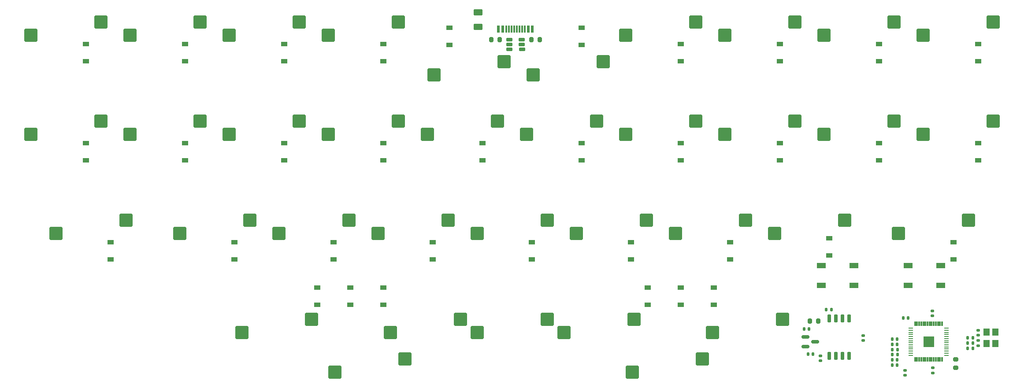
<source format=gbr>
%TF.GenerationSoftware,KiCad,Pcbnew,(6.0.10)*%
%TF.CreationDate,2023-02-13T13:47:23-06:00*%
%TF.ProjectId,AlphaWetPCB,416c7068-6157-4657-9450-43422e6b6963,rev?*%
%TF.SameCoordinates,Original*%
%TF.FileFunction,Paste,Bot*%
%TF.FilePolarity,Positive*%
%FSLAX46Y46*%
G04 Gerber Fmt 4.6, Leading zero omitted, Abs format (unit mm)*
G04 Created by KiCad (PCBNEW (6.0.10)) date 2023-02-13 13:47:23*
%MOMM*%
%LPD*%
G01*
G04 APERTURE LIST*
G04 Aperture macros list*
%AMRoundRect*
0 Rectangle with rounded corners*
0 $1 Rounding radius*
0 $2 $3 $4 $5 $6 $7 $8 $9 X,Y pos of 4 corners*
0 Add a 4 corners polygon primitive as box body*
4,1,4,$2,$3,$4,$5,$6,$7,$8,$9,$2,$3,0*
0 Add four circle primitives for the rounded corners*
1,1,$1+$1,$2,$3*
1,1,$1+$1,$4,$5*
1,1,$1+$1,$6,$7*
1,1,$1+$1,$8,$9*
0 Add four rect primitives between the rounded corners*
20,1,$1+$1,$2,$3,$4,$5,0*
20,1,$1+$1,$4,$5,$6,$7,0*
20,1,$1+$1,$6,$7,$8,$9,0*
20,1,$1+$1,$8,$9,$2,$3,0*%
G04 Aperture macros list end*
%ADD10C,0.010000*%
%ADD11RoundRect,0.200000X0.275000X-0.200000X0.275000X0.200000X-0.275000X0.200000X-0.275000X-0.200000X0*%
%ADD12RoundRect,0.150000X0.475000X0.150000X-0.475000X0.150000X-0.475000X-0.150000X0.475000X-0.150000X0*%
%ADD13R,1.200000X0.900000*%
%ADD14RoundRect,0.200000X-0.200000X-0.275000X0.200000X-0.275000X0.200000X0.275000X-0.200000X0.275000X0*%
%ADD15RoundRect,0.250000X-1.025000X-1.000000X1.025000X-1.000000X1.025000X1.000000X-1.025000X1.000000X0*%
%ADD16RoundRect,0.140000X0.140000X0.170000X-0.140000X0.170000X-0.140000X-0.170000X0.140000X-0.170000X0*%
%ADD17RoundRect,0.250000X-0.625000X0.375000X-0.625000X-0.375000X0.625000X-0.375000X0.625000X0.375000X0*%
%ADD18RoundRect,0.250000X1.025000X1.000000X-1.025000X1.000000X-1.025000X-1.000000X1.025000X-1.000000X0*%
%ADD19RoundRect,0.140000X-0.170000X0.140000X-0.170000X-0.140000X0.170000X-0.140000X0.170000X0.140000X0*%
%ADD20RoundRect,0.150000X-0.587500X-0.150000X0.587500X-0.150000X0.587500X0.150000X-0.587500X0.150000X0*%
%ADD21RoundRect,0.135000X0.135000X0.185000X-0.135000X0.185000X-0.135000X-0.185000X0.135000X-0.185000X0*%
%ADD22RoundRect,0.140000X-0.140000X-0.170000X0.140000X-0.170000X0.140000X0.170000X-0.140000X0.170000X0*%
%ADD23RoundRect,0.140000X0.170000X-0.140000X0.170000X0.140000X-0.170000X0.140000X-0.170000X-0.140000X0*%
%ADD24R,0.600000X1.450000*%
%ADD25R,0.300000X1.450000*%
%ADD26RoundRect,0.006000X-0.094000X0.414000X-0.094000X-0.414000X0.094000X-0.414000X0.094000X0.414000X0*%
%ADD27RoundRect,0.020000X-0.400000X0.080000X-0.400000X-0.080000X0.400000X-0.080000X0.400000X0.080000X0*%
%ADD28R,1.700000X1.000000*%
%ADD29RoundRect,0.200000X0.200000X0.275000X-0.200000X0.275000X-0.200000X-0.275000X0.200000X-0.275000X0*%
%ADD30RoundRect,0.150000X-0.150000X0.650000X-0.150000X-0.650000X0.150000X-0.650000X0.150000X0.650000X0*%
%ADD31R,1.200000X1.400000*%
G04 APERTURE END LIST*
%TO.C,U3*%
G36*
X218467500Y-87498750D02*
G01*
X216507500Y-87498750D01*
X216507500Y-85538750D01*
X218467500Y-85538750D01*
X218467500Y-87498750D01*
G37*
D10*
X218467500Y-87498750D02*
X216507500Y-87498750D01*
X216507500Y-85538750D01*
X218467500Y-85538750D01*
X218467500Y-87498750D01*
%TD*%
D11*
%TO.C,R9*%
X222724696Y-91564256D03*
X222724696Y-89914256D03*
%TD*%
D12*
%TO.C,U4*%
X139287500Y-28450000D03*
X139287500Y-29400000D03*
X139362500Y-30350000D03*
X136937500Y-30350000D03*
X136937500Y-29400000D03*
X136937500Y-28450000D03*
%TD*%
D13*
%TO.C,D3*%
X93662500Y-32606250D03*
X93662500Y-29306250D03*
%TD*%
D14*
%TO.C,R1*%
X133466019Y-28481282D03*
X135116019Y-28481282D03*
%TD*%
D13*
%TO.C,D28*%
X198437500Y-69912500D03*
X198437500Y-66612500D03*
%TD*%
D15*
%TO.C,SW6*%
X154997500Y-32702500D03*
X141547500Y-35242500D03*
%TD*%
D16*
%TO.C,C11*%
X211467500Y-87018750D03*
X210507500Y-87018750D03*
%TD*%
D13*
%TO.C,D27*%
X179387500Y-70706250D03*
X179387500Y-67406250D03*
%TD*%
D17*
%TO.C,F1*%
X130968750Y-23206250D03*
X130968750Y-26006250D03*
%TD*%
D13*
%TO.C,D2*%
X74612500Y-32606250D03*
X74612500Y-29306250D03*
%TD*%
D18*
%TO.C,SW1*%
X45027500Y-27622500D03*
X58477500Y-25082500D03*
%TD*%
D13*
%TO.C,D35*%
X176212500Y-76137500D03*
X176212500Y-79437500D03*
%TD*%
%TO.C,D24*%
X122237500Y-70706250D03*
X122237500Y-67406250D03*
%TD*%
D18*
%TO.C,SW9*%
X197427500Y-27622500D03*
X210877500Y-25082500D03*
%TD*%
%TO.C,SW16*%
X140277500Y-46672500D03*
X153727500Y-44132500D03*
%TD*%
D19*
%TO.C,C4*%
X196687500Y-89238750D03*
X196687500Y-90198750D03*
%TD*%
D18*
%TO.C,SW26*%
X149802500Y-65722500D03*
X163252500Y-63182500D03*
%TD*%
D13*
%TO.C,D9*%
X207962500Y-32606250D03*
X207962500Y-29306250D03*
%TD*%
D14*
%TO.C,R4*%
X194662500Y-82518750D03*
X196312500Y-82518750D03*
%TD*%
D13*
%TO.C,D4*%
X112712500Y-32606250D03*
X112712500Y-29306250D03*
%TD*%
D20*
%TO.C,U1*%
X193797295Y-87484478D03*
X193797295Y-85584478D03*
X195672295Y-86534478D03*
%TD*%
D13*
%TO.C,D33*%
X163512500Y-76137500D03*
X163512500Y-79437500D03*
%TD*%
D15*
%TO.C,SW5*%
X135947500Y-32702500D03*
X122497500Y-35242500D03*
%TD*%
D13*
%TO.C,D12*%
X74612500Y-51656250D03*
X74612500Y-48356250D03*
%TD*%
%TO.C,D7*%
X169862500Y-32606250D03*
X169862500Y-29306250D03*
%TD*%
D21*
%TO.C,R8*%
X226008166Y-85763956D03*
X224988166Y-85763956D03*
%TD*%
D16*
%TO.C,C17*%
X211467500Y-91018750D03*
X210507500Y-91018750D03*
%TD*%
D13*
%TO.C,D13*%
X93662500Y-51656250D03*
X93662500Y-48356250D03*
%TD*%
%TO.C,D6*%
X150812500Y-26131250D03*
X150812500Y-29431250D03*
%TD*%
D18*
%TO.C,SW10*%
X216477500Y-27622500D03*
X229927500Y-25082500D03*
%TD*%
%TO.C,SW24*%
X111702500Y-65722500D03*
X125152500Y-63182500D03*
%TD*%
%TO.C,SW23*%
X92652500Y-65722500D03*
X106102500Y-63182500D03*
%TD*%
D13*
%TO.C,D8*%
X188912500Y-32606250D03*
X188912500Y-29306250D03*
%TD*%
%TO.C,D22*%
X84137500Y-70706250D03*
X84137500Y-67406250D03*
%TD*%
%TO.C,D23*%
X103187500Y-70706250D03*
X103187500Y-67406250D03*
%TD*%
D22*
%TO.C,C10*%
X225018166Y-86770506D03*
X225978166Y-86770506D03*
%TD*%
D13*
%TO.C,D29*%
X222250000Y-70706250D03*
X222250000Y-67406250D03*
%TD*%
%TO.C,D18*%
X188912500Y-51656250D03*
X188912500Y-48356250D03*
%TD*%
D23*
%TO.C,C15*%
X204887500Y-86298750D03*
X204887500Y-85338750D03*
%TD*%
D24*
%TO.C,J1*%
X134862500Y-26445000D03*
X135662500Y-26445000D03*
D25*
X136862500Y-26445000D03*
X137862500Y-26445000D03*
X138362500Y-26445000D03*
X139362500Y-26445000D03*
D24*
X140562500Y-26445000D03*
X141362500Y-26445000D03*
X141362500Y-26445000D03*
X140562500Y-26445000D03*
D25*
X139862500Y-26445000D03*
X138862500Y-26445000D03*
X137362500Y-26445000D03*
X136362500Y-26445000D03*
D24*
X135662500Y-26445000D03*
X134862500Y-26445000D03*
%TD*%
D13*
%TO.C,D16*%
X150812500Y-51656250D03*
X150812500Y-48356250D03*
%TD*%
D26*
%TO.C,U3*%
X214887500Y-83083750D03*
X215287500Y-83083750D03*
X215687500Y-83083750D03*
X216087500Y-83083750D03*
X216487500Y-83083750D03*
X216887500Y-83083750D03*
X217287500Y-83083750D03*
X217687500Y-83083750D03*
X218087500Y-83083750D03*
X218487500Y-83083750D03*
X218887500Y-83083750D03*
X219287500Y-83083750D03*
X219687500Y-83083750D03*
X220087500Y-83083750D03*
D27*
X220922500Y-83918750D03*
X220922500Y-84318750D03*
X220922500Y-84718750D03*
X220922500Y-85118750D03*
X220922500Y-85518750D03*
X220922500Y-85918750D03*
X220922500Y-86318750D03*
X220922500Y-86718750D03*
X220922500Y-87118750D03*
X220922500Y-87518750D03*
X220922500Y-87918750D03*
X220922500Y-88318750D03*
X220922500Y-88718750D03*
X220922500Y-89118750D03*
D26*
X220087500Y-89953750D03*
X219687500Y-89953750D03*
X219287500Y-89953750D03*
X218887500Y-89953750D03*
X218487500Y-89953750D03*
X218087500Y-89953750D03*
X217687500Y-89953750D03*
X217287500Y-89953750D03*
X216887500Y-89953750D03*
X216487500Y-89953750D03*
X216087500Y-89953750D03*
X215687500Y-89953750D03*
X215287500Y-89953750D03*
X214887500Y-89953750D03*
D27*
X214052500Y-89118750D03*
X214052500Y-88718750D03*
X214052500Y-88318750D03*
X214052500Y-87918750D03*
X214052500Y-87518750D03*
X214052500Y-87118750D03*
X214052500Y-86718750D03*
X214052500Y-86318750D03*
X214052500Y-85918750D03*
X214052500Y-85518750D03*
X214052500Y-85118750D03*
X214052500Y-84718750D03*
X214052500Y-84318750D03*
X214052500Y-83918750D03*
%TD*%
D18*
%TO.C,SW39*%
X85508750Y-84772500D03*
X98958750Y-82232500D03*
%TD*%
D19*
%TO.C,C13*%
X218263631Y-91559298D03*
X218263631Y-92519298D03*
%TD*%
D13*
%TO.C,D5*%
X125412500Y-26131250D03*
X125412500Y-29431250D03*
%TD*%
%TO.C,D32*%
X112712500Y-76137500D03*
X112712500Y-79437500D03*
%TD*%
D18*
%TO.C,SW13*%
X83127500Y-46672500D03*
X96577500Y-44132500D03*
%TD*%
D22*
%TO.C,C2*%
X193577911Y-84067246D03*
X194537911Y-84067246D03*
%TD*%
D18*
%TO.C,SW40*%
X114083750Y-84772500D03*
X127533750Y-82232500D03*
%TD*%
D13*
%TO.C,D10*%
X227012500Y-32606250D03*
X227012500Y-29306250D03*
%TD*%
D18*
%TO.C,SW21*%
X49790000Y-65722500D03*
X63240000Y-63182500D03*
%TD*%
D15*
%TO.C,SW43*%
X174047500Y-89852500D03*
X160597500Y-92392500D03*
%TD*%
D18*
%TO.C,SW11*%
X45027500Y-46672500D03*
X58477500Y-44132500D03*
%TD*%
D21*
%TO.C,R7*%
X211497500Y-88018750D03*
X210477500Y-88018750D03*
%TD*%
D18*
%TO.C,SW2*%
X64077500Y-27622500D03*
X77527500Y-25082500D03*
%TD*%
D21*
%TO.C,R5*%
X198797500Y-80318750D03*
X197777500Y-80318750D03*
%TD*%
D16*
%TO.C,C8*%
X211467500Y-86018750D03*
X210507500Y-86018750D03*
%TD*%
D18*
%TO.C,SW27*%
X168852500Y-65722500D03*
X182302500Y-63182500D03*
%TD*%
D13*
%TO.C,D1*%
X55562500Y-32606250D03*
X55562500Y-29306250D03*
%TD*%
D18*
%TO.C,SW29*%
X211715000Y-65722500D03*
X225165000Y-63182500D03*
%TD*%
D13*
%TO.C,D25*%
X141287500Y-70706250D03*
X141287500Y-67406250D03*
%TD*%
D18*
%TO.C,SW25*%
X130752500Y-65722500D03*
X144202500Y-63182500D03*
%TD*%
D28*
%TO.C,SWR1*%
X203175000Y-71918750D03*
X196875000Y-71918750D03*
X196875000Y-75718750D03*
X203175000Y-75718750D03*
%TD*%
D13*
%TO.C,D19*%
X207962500Y-51656250D03*
X207962500Y-48356250D03*
%TD*%
D18*
%TO.C,SW12*%
X64077500Y-46672500D03*
X77527500Y-44132500D03*
%TD*%
D16*
%TO.C,C18*%
X211467500Y-90018750D03*
X210507500Y-90018750D03*
%TD*%
D18*
%TO.C,SW7*%
X159327500Y-27622500D03*
X172777500Y-25082500D03*
%TD*%
%TO.C,SW19*%
X197427500Y-46672500D03*
X210877500Y-44132500D03*
%TD*%
D29*
%TO.C,R3*%
X142787437Y-28481282D03*
X141137437Y-28481282D03*
%TD*%
D23*
%TO.C,C5*%
X226998166Y-87250506D03*
X226998166Y-86290506D03*
%TD*%
D19*
%TO.C,C12*%
X212987500Y-92038750D03*
X212987500Y-92998750D03*
%TD*%
D18*
%TO.C,SW22*%
X73602500Y-65722500D03*
X87052500Y-63182500D03*
%TD*%
D13*
%TO.C,D15*%
X131762500Y-51656250D03*
X131762500Y-48356250D03*
%TD*%
%TO.C,D20*%
X227012500Y-51656250D03*
X227012500Y-48356250D03*
%TD*%
%TO.C,D30*%
X100012500Y-76137500D03*
X100012500Y-79437500D03*
%TD*%
D18*
%TO.C,SW3*%
X83127500Y-27622500D03*
X96577500Y-25082500D03*
%TD*%
%TO.C,SW45*%
X175996250Y-84772500D03*
X189446250Y-82232500D03*
%TD*%
D13*
%TO.C,D31*%
X106362500Y-76137500D03*
X106362500Y-79437500D03*
%TD*%
D23*
%TO.C,C9*%
X218227444Y-81536680D03*
X218227444Y-80576680D03*
%TD*%
D16*
%TO.C,C14*%
X213567500Y-81918750D03*
X212607500Y-81918750D03*
%TD*%
D18*
%TO.C,SW18*%
X178377500Y-46672500D03*
X191827500Y-44132500D03*
%TD*%
D30*
%TO.C,U2*%
X198382500Y-82018750D03*
X199652500Y-82018750D03*
X200922500Y-82018750D03*
X202192500Y-82018750D03*
X202192500Y-89218750D03*
X200922500Y-89218750D03*
X199652500Y-89218750D03*
X198382500Y-89218750D03*
%TD*%
D21*
%TO.C,R6*%
X211497500Y-89018750D03*
X210477500Y-89018750D03*
%TD*%
D18*
%TO.C,SW28*%
X187902500Y-65722500D03*
X201352500Y-63182500D03*
%TD*%
D28*
%TO.C,SWR2*%
X213543750Y-71918750D03*
X219843750Y-71918750D03*
X219843750Y-75718750D03*
X213543750Y-75718750D03*
%TD*%
D18*
%TO.C,SW8*%
X178377500Y-27622500D03*
X191827500Y-25082500D03*
%TD*%
D22*
%TO.C,C7*%
X225018166Y-87770506D03*
X225978166Y-87770506D03*
%TD*%
D13*
%TO.C,D11*%
X55562500Y-51656250D03*
X55562500Y-48356250D03*
%TD*%
%TO.C,D14*%
X112712500Y-51656250D03*
X112712500Y-48356250D03*
%TD*%
D18*
%TO.C,SW14*%
X102177500Y-46672500D03*
X115627500Y-44132500D03*
%TD*%
D16*
%TO.C,C1*%
X195262500Y-88900000D03*
X194302500Y-88900000D03*
%TD*%
D18*
%TO.C,SW20*%
X216477500Y-46672500D03*
X229927500Y-44132500D03*
%TD*%
%TO.C,SW44*%
X147421250Y-84772500D03*
X160871250Y-82232500D03*
%TD*%
D23*
%TO.C,C6*%
X226998166Y-85270506D03*
X226998166Y-84310506D03*
%TD*%
D18*
%TO.C,SW15*%
X121227500Y-46672500D03*
X134677500Y-44132500D03*
%TD*%
D13*
%TO.C,D17*%
X169862500Y-51656250D03*
X169862500Y-48356250D03*
%TD*%
%TO.C,D21*%
X60325000Y-70706250D03*
X60325000Y-67406250D03*
%TD*%
D18*
%TO.C,SW4*%
X102177500Y-27622500D03*
X115627500Y-25082500D03*
%TD*%
%TO.C,SW42*%
X130752500Y-84772500D03*
X144202500Y-82232500D03*
%TD*%
D31*
%TO.C,Y1*%
X228648166Y-86870506D03*
X228648166Y-84670506D03*
X230348166Y-84670506D03*
X230348166Y-86870506D03*
%TD*%
D15*
%TO.C,SW41*%
X116897500Y-89852500D03*
X103447500Y-92392500D03*
%TD*%
D18*
%TO.C,SW17*%
X159327500Y-46672500D03*
X172777500Y-44132500D03*
%TD*%
D13*
%TO.C,D34*%
X169862500Y-76137500D03*
X169862500Y-79437500D03*
%TD*%
%TO.C,D26*%
X160337500Y-70706250D03*
X160337500Y-67406250D03*
%TD*%
M02*

</source>
